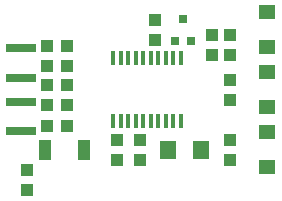
<source format=gbr>
G04 EAGLE Gerber RS-274X export*
G75*
%MOMM*%
%FSLAX34Y34*%
%LPD*%
%INSolderpaste Top*%
%IPPOS*%
%AMOC8*
5,1,8,0,0,1.08239X$1,22.5*%
G01*
%ADD10R,0.381000X1.143000*%
%ADD11R,1.100000X1.000000*%
%ADD12R,0.700000X0.700000*%
%ADD13R,2.500000X0.800000*%
%ADD14R,1.000000X1.100000*%
%ADD15R,1.400000X1.600000*%
%ADD16R,1.400000X1.200000*%
%ADD17R,1.000000X1.800000*%


D10*
X168275Y74803D03*
X161925Y74803D03*
X155575Y74803D03*
X149225Y74803D03*
X142875Y74803D03*
X136525Y74803D03*
X174625Y74803D03*
X180975Y74803D03*
X187325Y74803D03*
X193675Y74803D03*
X161925Y128397D03*
X168275Y128397D03*
X174625Y128397D03*
X180975Y128397D03*
X187325Y128397D03*
X193675Y128397D03*
X155575Y128397D03*
X149225Y128397D03*
X142875Y128397D03*
X136525Y128397D03*
D11*
X80400Y105410D03*
X97400Y105410D03*
X80400Y121920D03*
X97400Y121920D03*
D12*
X189080Y143150D03*
X202080Y143150D03*
X195580Y161650D03*
D13*
X58700Y111870D03*
X58700Y91330D03*
X58700Y137108D03*
X58700Y66600D03*
D14*
X63500Y33900D03*
X63500Y16900D03*
X139700Y59300D03*
X139700Y42300D03*
X158750Y59300D03*
X158750Y42300D03*
D11*
X80400Y71120D03*
X97400Y71120D03*
X80400Y88900D03*
X97400Y88900D03*
X80400Y138430D03*
X97400Y138430D03*
D15*
X210850Y50800D03*
X182850Y50800D03*
D14*
X171450Y160900D03*
X171450Y143900D03*
X219710Y148200D03*
X219710Y131200D03*
X234950Y42300D03*
X234950Y59300D03*
X234950Y110100D03*
X234950Y93100D03*
X234950Y148200D03*
X234950Y131200D03*
D16*
X266700Y167400D03*
X266700Y137400D03*
X266700Y116600D03*
X266700Y86600D03*
X266700Y35800D03*
X266700Y65800D03*
D17*
X78710Y50800D03*
X111790Y50800D03*
M02*

</source>
